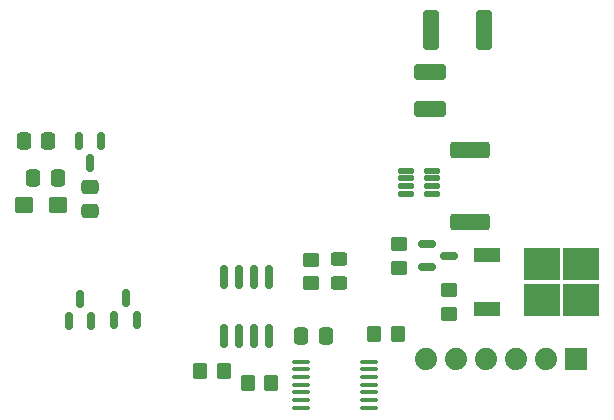
<source format=gbr>
%TF.GenerationSoftware,KiCad,Pcbnew,6.0.11-2627ca5db0~126~ubuntu22.04.1*%
%TF.CreationDate,2023-03-02T14:14:40-05:00*%
%TF.ProjectId,lin-pump-control,6c696e2d-7075-46d7-902d-636f6e74726f,1.0*%
%TF.SameCoordinates,Original*%
%TF.FileFunction,Paste,Top*%
%TF.FilePolarity,Positive*%
%FSLAX46Y46*%
G04 Gerber Fmt 4.6, Leading zero omitted, Abs format (unit mm)*
G04 Created by KiCad (PCBNEW 6.0.11-2627ca5db0~126~ubuntu22.04.1) date 2023-03-02 14:14:40*
%MOMM*%
%LPD*%
G01*
G04 APERTURE LIST*
G04 Aperture macros list*
%AMRoundRect*
0 Rectangle with rounded corners*
0 $1 Rounding radius*
0 $2 $3 $4 $5 $6 $7 $8 $9 X,Y pos of 4 corners*
0 Add a 4 corners polygon primitive as box body*
4,1,4,$2,$3,$4,$5,$6,$7,$8,$9,$2,$3,0*
0 Add four circle primitives for the rounded corners*
1,1,$1+$1,$2,$3*
1,1,$1+$1,$4,$5*
1,1,$1+$1,$6,$7*
1,1,$1+$1,$8,$9*
0 Add four rect primitives between the rounded corners*
20,1,$1+$1,$2,$3,$4,$5,0*
20,1,$1+$1,$4,$5,$6,$7,0*
20,1,$1+$1,$6,$7,$8,$9,0*
20,1,$1+$1,$8,$9,$2,$3,0*%
G04 Aperture macros list end*
%ADD10R,1.879600X1.879600*%
%ADD11C,1.879600*%
%ADD12RoundRect,0.100000X-0.637500X-0.100000X0.637500X-0.100000X0.637500X0.100000X-0.637500X0.100000X0*%
%ADD13RoundRect,0.150000X-0.150000X0.587500X-0.150000X-0.587500X0.150000X-0.587500X0.150000X0.587500X0*%
%ADD14RoundRect,0.250000X0.400000X1.450000X-0.400000X1.450000X-0.400000X-1.450000X0.400000X-1.450000X0*%
%ADD15RoundRect,0.250000X0.337500X0.475000X-0.337500X0.475000X-0.337500X-0.475000X0.337500X-0.475000X0*%
%ADD16RoundRect,0.250000X0.537500X0.425000X-0.537500X0.425000X-0.537500X-0.425000X0.537500X-0.425000X0*%
%ADD17RoundRect,0.250000X-0.475000X0.337500X-0.475000X-0.337500X0.475000X-0.337500X0.475000X0.337500X0*%
%ADD18RoundRect,0.250000X-1.100000X0.412500X-1.100000X-0.412500X1.100000X-0.412500X1.100000X0.412500X0*%
%ADD19RoundRect,0.125000X0.537500X0.125000X-0.537500X0.125000X-0.537500X-0.125000X0.537500X-0.125000X0*%
%ADD20RoundRect,0.249999X-1.425001X0.450001X-1.425001X-0.450001X1.425001X-0.450001X1.425001X0.450001X0*%
%ADD21RoundRect,0.250000X0.450000X-0.350000X0.450000X0.350000X-0.450000X0.350000X-0.450000X-0.350000X0*%
%ADD22RoundRect,0.150000X0.150000X-0.825000X0.150000X0.825000X-0.150000X0.825000X-0.150000X-0.825000X0*%
%ADD23RoundRect,0.150000X0.150000X-0.587500X0.150000X0.587500X-0.150000X0.587500X-0.150000X-0.587500X0*%
%ADD24RoundRect,0.250000X-0.350000X-0.450000X0.350000X-0.450000X0.350000X0.450000X-0.350000X0.450000X0*%
%ADD25RoundRect,0.250000X0.450000X-0.325000X0.450000X0.325000X-0.450000X0.325000X-0.450000X-0.325000X0*%
%ADD26RoundRect,0.150000X-0.587500X-0.150000X0.587500X-0.150000X0.587500X0.150000X-0.587500X0.150000X0*%
%ADD27R,3.050000X2.750000*%
%ADD28R,2.200000X1.200000*%
G04 APERTURE END LIST*
D10*
%TO.C,J1*%
X226520000Y-91800000D03*
D11*
X223980000Y-91800000D03*
X221440000Y-91800000D03*
X218900000Y-91800000D03*
X216360000Y-91800000D03*
X213820000Y-91800000D03*
%TD*%
D12*
%TO.C,U2*%
X203237500Y-91975000D03*
X203237500Y-92625000D03*
X203237500Y-93275000D03*
X203237500Y-93925000D03*
X203237500Y-94575000D03*
X203237500Y-95225000D03*
X203237500Y-95875000D03*
X208962500Y-95875000D03*
X208962500Y-95225000D03*
X208962500Y-94575000D03*
X208962500Y-93925000D03*
X208962500Y-93275000D03*
X208962500Y-92625000D03*
X208962500Y-91975000D03*
%TD*%
D13*
%TO.C,U4*%
X186280000Y-73275000D03*
X184380000Y-73275000D03*
X185330000Y-75150000D03*
%TD*%
D14*
%TO.C,F1*%
X218660000Y-63900000D03*
X214210000Y-63900000D03*
%TD*%
D15*
%TO.C,C7*%
X182605000Y-76430000D03*
X180530000Y-76430000D03*
%TD*%
%TO.C,C6*%
X181797500Y-73280000D03*
X179722500Y-73280000D03*
%TD*%
D16*
%TO.C,C5*%
X182620000Y-78740000D03*
X179745000Y-78740000D03*
%TD*%
D17*
%TO.C,C4*%
X185330000Y-77185000D03*
X185330000Y-79260000D03*
%TD*%
D18*
%TO.C,C3*%
X214160000Y-67450000D03*
X214160000Y-70575000D03*
%TD*%
D19*
%TO.C,U5*%
X214330000Y-77750000D03*
X214330000Y-77100000D03*
X214330000Y-76450000D03*
X214330000Y-75800000D03*
X212055000Y-75800000D03*
X212055000Y-76450000D03*
X212055000Y-77100000D03*
X212055000Y-77750000D03*
%TD*%
D20*
%TO.C,R15*%
X217550000Y-74070000D03*
X217550000Y-80170000D03*
%TD*%
D21*
%TO.C,R13*%
X215710000Y-87920000D03*
X215710000Y-85920000D03*
%TD*%
D22*
%TO.C,U1*%
X196670000Y-89800000D03*
X197940000Y-89800000D03*
X199210000Y-89800000D03*
X200480000Y-89800000D03*
X200480000Y-84850000D03*
X199210000Y-84850000D03*
X197940000Y-84850000D03*
X196670000Y-84850000D03*
%TD*%
D23*
%TO.C,Q1*%
X187400000Y-88475000D03*
X189300000Y-88475000D03*
X188350000Y-86600000D03*
%TD*%
D24*
%TO.C,R1*%
X194660000Y-92780000D03*
X196660000Y-92780000D03*
%TD*%
D15*
%TO.C,C1*%
X205300000Y-89775000D03*
X203225000Y-89775000D03*
%TD*%
D21*
%TO.C,R5*%
X204025000Y-85350000D03*
X204025000Y-83350000D03*
%TD*%
D24*
%TO.C,R11*%
X209400000Y-89675000D03*
X211400000Y-89675000D03*
%TD*%
D25*
%TO.C,D1*%
X206450000Y-85350000D03*
X206450000Y-83300000D03*
%TD*%
D26*
%TO.C,Q3*%
X213875000Y-82050000D03*
X213875000Y-83950000D03*
X215750000Y-83000000D03*
%TD*%
D27*
%TO.C,Q4*%
X226950000Y-86775000D03*
X226950000Y-83725000D03*
X223600000Y-86775000D03*
X223600000Y-83725000D03*
D28*
X218975000Y-82970000D03*
X218975000Y-87530000D03*
%TD*%
D21*
%TO.C,R12*%
X211525000Y-84025000D03*
X211525000Y-82025000D03*
%TD*%
D23*
%TO.C,Q2*%
X183550000Y-88525000D03*
X185450000Y-88525000D03*
X184500000Y-86650000D03*
%TD*%
D24*
%TO.C,R2*%
X198675000Y-93775000D03*
X200675000Y-93775000D03*
%TD*%
M02*

</source>
